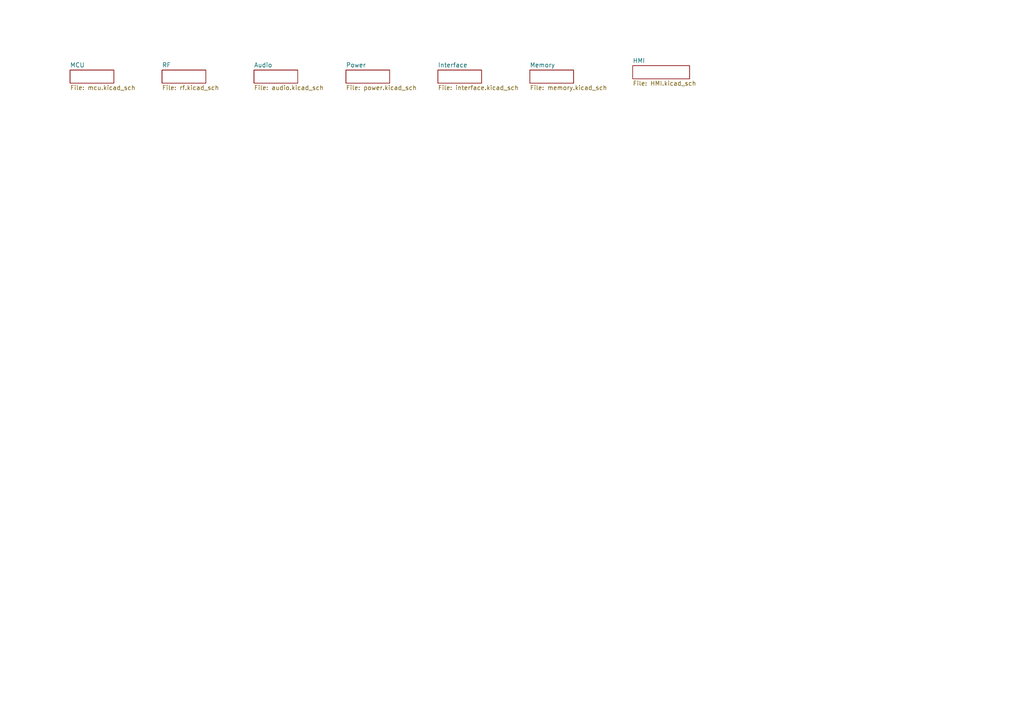
<source format=kicad_sch>
(kicad_sch (version 20211123) (generator eeschema)
  (paper "A4")
  (title_block (title "Mini17 - QRP M17 handheld") (date "2022-07-25") (rev "A") (company "M17 Project"))
  (lib_symbols)
  (sheet (at 73.66 20.32) (size 12.7 3.81) (stroke (width 0.1524))
    (property "Sheet name" "Audio" (at 73.66 19.6084 0) (effects (justify left bottom)))
    (property "Sheet file" "audio.kicad_sch" (at 73.66 24.7146 0) (effects (justify left top)))
  )
  (sheet (at 20.32 20.32) (size 12.7 3.81) (stroke (width 0.1524))
    (property "Sheet name" "MCU" (at 20.32 19.6084 0) (effects (justify left bottom)))
    (property "Sheet file" "mcu.kicad_sch" (at 20.32 24.7146 0) (effects (justify left top)))
  )
  (sheet (at 100.33 20.32) (size 12.7 3.81) (stroke (width 0.1524))
    (property "Sheet name" "Power" (at 100.33 19.6084 0) (effects (justify left bottom)))
    (property "Sheet file" "power.kicad_sch" (at 100.33 24.7146 0) (effects (justify left top)))
  )
  (sheet (at 183.515 19.05) (size 16.51 3.81) (stroke (width 0.1524))
    (property "Sheet name" "HMI" (at 183.515 18.3384 0) (effects (justify left bottom)))
    (property "Sheet file" "HMI.kicad_sch" (at 183.515 23.4446 0) (effects (justify left top)))
  )
  (sheet (at 127 20.32) (size 12.7 3.81) (stroke (width 0.1524))
    (property "Sheet name" "Interface" (at 127 19.6084 0) (effects (justify left bottom)))
    (property "Sheet file" "interface.kicad_sch" (at 127 24.7146 0) (effects (justify left top)))
  )
  (sheet (at 153.67 20.32) (size 12.7 3.81) (stroke (width 0.1524))
    (property "Sheet name" "Memory" (at 153.67 19.6084 0) (effects (justify left bottom)))
    (property "Sheet file" "memory.kicad_sch" (at 153.67 24.7146 0) (effects (justify left top)))
  )
  (sheet (at 46.99 20.32) (size 12.7 3.81) (stroke (width 0.1524))
    (property "Sheet name" "RF" (at 46.99 19.6084 0) (effects (justify left bottom)))
    (property "Sheet file" "rf.kicad_sch" (at 46.99 24.7146 0) (effects (justify left top)))
  )
)
</source>
